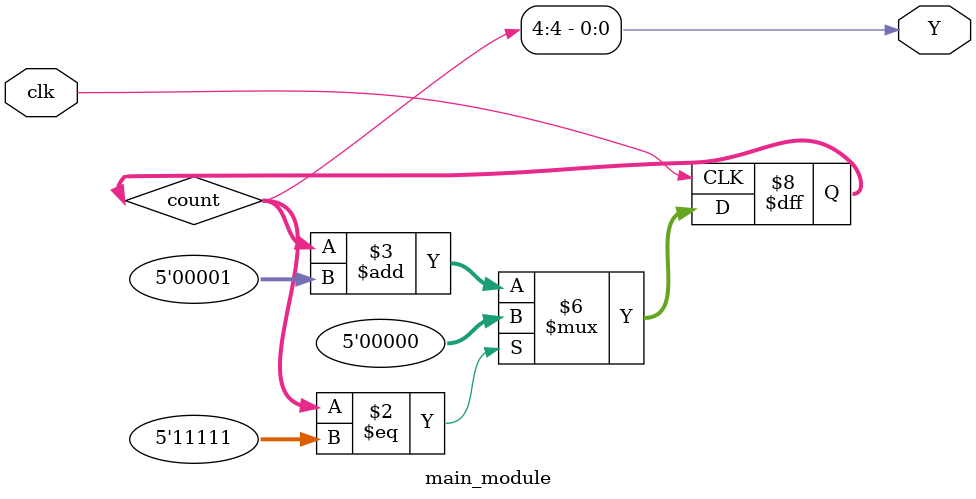
<source format=v>
module main_module(
    output Y,
    input clk
);
reg [4:0] count=5'b0000;
assign Y=count[4];
always @(posedge clk)
if (count==5'b11111) count<=5'b00000;
else count<=count+5'b00001;
endmodule

</source>
